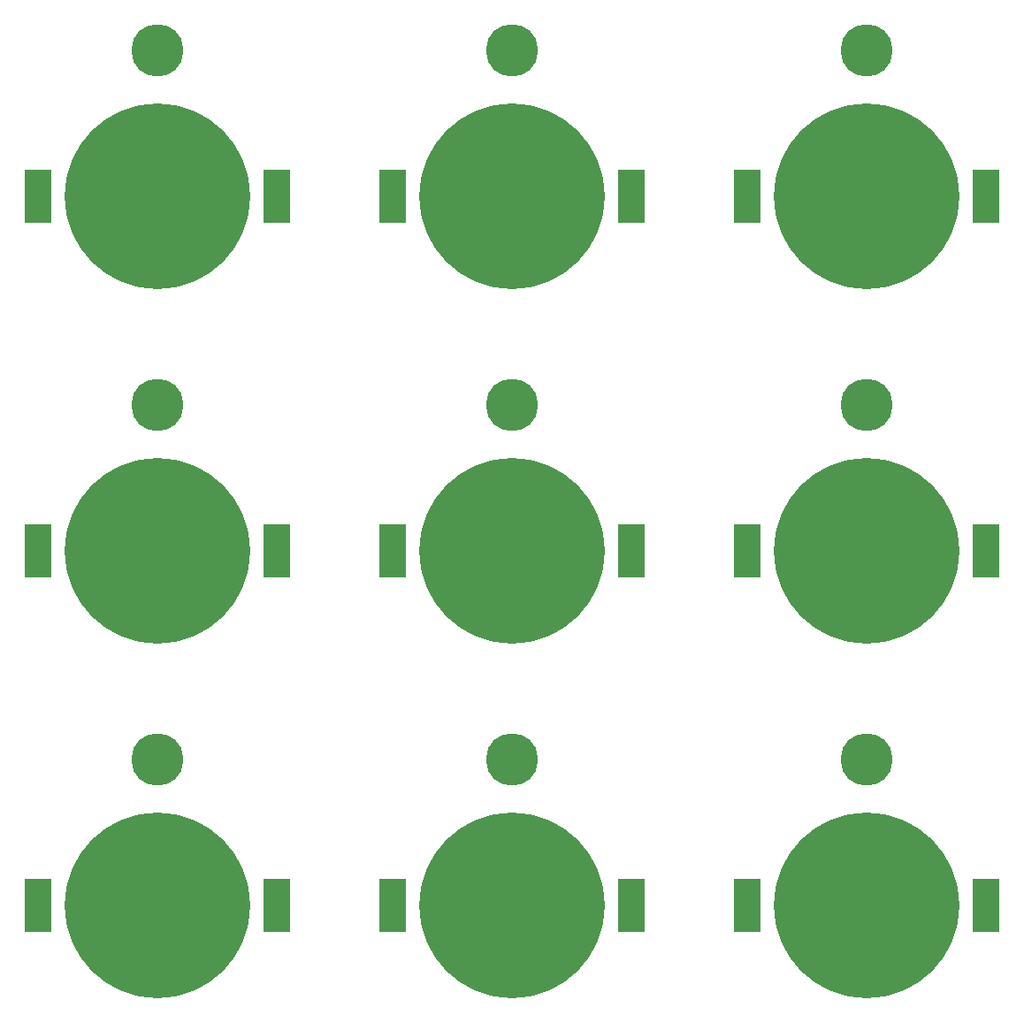
<source format=gbs>
%MOIN*%
%OFA0B0*%
%FSLAX46Y46*%
%IPPOS*%
%LPD*%
%ADD10C,0.0039370078740157488*%
%ADD11C,0.19685039370078741*%
%ADD12C,0.70000000000000007*%
%ADD13R,0.1X0.2*%
%ADD24C,0.0039370078740157488*%
%ADD25C,0.19685039370078741*%
%ADD26C,0.70000000000000007*%
%ADD27R,0.1X0.2*%
%ADD28C,0.0039370078740157488*%
%ADD29C,0.19685039370078741*%
%ADD30C,0.70000000000000007*%
%ADD31R,0.1X0.2*%
%ADD32C,0.0039370078740157488*%
%ADD33C,0.19685039370078741*%
%ADD34C,0.70000000000000007*%
%ADD35R,0.1X0.2*%
%ADD36C,0.0039370078740157488*%
%ADD37C,0.19685039370078741*%
%ADD38C,0.70000000000000007*%
%ADD39R,0.1X0.2*%
%ADD40C,0.0039370078740157488*%
%ADD41C,0.19685039370078741*%
%ADD42C,0.70000000000000007*%
%ADD43R,0.1X0.2*%
%ADD44C,0.0039370078740157488*%
%ADD45C,0.19685039370078741*%
%ADD46C,0.70000000000000007*%
%ADD47R,0.1X0.2*%
%ADD48C,0.0039370078740157488*%
%ADD49C,0.19685039370078741*%
%ADD50C,0.70000000000000007*%
%ADD51R,0.1X0.2*%
%ADD52C,0.0039370078740157488*%
%ADD53C,0.19685039370078741*%
%ADD54C,0.70000000000000007*%
%ADD55R,0.1X0.2*%
G01*
D10*
D11*
X-0007545570Y0004254470D02*
X0000629429Y0001129470D03*
D12*
X0000629429Y0000579470D03*
D13*
X0001079429Y0000579470D03*
X0000179429Y0000579470D03*
G04 next file*
G04 #@! TF.FileFunction,Soldermask,Bot*
G04 Gerber Fmt 4.6, Leading zero omitted, Abs format (unit mm)*
G04 Created by KiCad (PCBNEW 4.0.7) date 08/30/18 22:11:47*
G01*
G04 APERTURE LIST*
G04 APERTURE END LIST*
D24*
D25*
X-0007545570Y0005592150D02*
X0000629429Y0002467150D03*
D26*
X0000629429Y0001917150D03*
D27*
X0001079429Y0001917150D03*
X0000179429Y0001917150D03*
G04 next file*
G04 #@! TF.FileFunction,Soldermask,Bot*
G04 Gerber Fmt 4.6, Leading zero omitted, Abs format (unit mm)*
G04 Created by KiCad (PCBNEW 4.0.7) date 08/30/18 22:11:47*
G01*
G04 APERTURE LIST*
G04 APERTURE END LIST*
D28*
D29*
X-0007545570Y0006929831D02*
X0000629429Y0003804831D03*
D30*
X0000629429Y0003254831D03*
D31*
X0001079429Y0003254831D03*
X0000179429Y0003254831D03*
G04 next file*
G04 #@! TF.FileFunction,Soldermask,Bot*
G04 Gerber Fmt 4.6, Leading zero omitted, Abs format (unit mm)*
G04 Created by KiCad (PCBNEW 4.0.7) date 08/30/18 22:11:47*
G01*
G04 APERTURE LIST*
G04 APERTURE END LIST*
D32*
D33*
X-0006207916Y0004254470D02*
X0001967082Y0001129470D03*
D34*
X0001967082Y0000579470D03*
D35*
X0002417082Y0000579470D03*
X0001517082Y0000579470D03*
G04 next file*
G04 #@! TF.FileFunction,Soldermask,Bot*
G04 Gerber Fmt 4.6, Leading zero omitted, Abs format (unit mm)*
G04 Created by KiCad (PCBNEW 4.0.7) date 08/30/18 22:11:47*
G01*
G04 APERTURE LIST*
G04 APERTURE END LIST*
D36*
D37*
X-0004870263Y0004254470D02*
X0003304736Y0001129470D03*
D38*
X0003304736Y0000579470D03*
D39*
X0003754736Y0000579470D03*
X0002854736Y0000579470D03*
G04 next file*
G04 #@! TF.FileFunction,Soldermask,Bot*
G04 Gerber Fmt 4.6, Leading zero omitted, Abs format (unit mm)*
G04 Created by KiCad (PCBNEW 4.0.7) date 08/30/18 22:11:47*
G01*
G04 APERTURE LIST*
G04 APERTURE END LIST*
D40*
D41*
X-0006207916Y0005592150D02*
X0001967082Y0002467150D03*
D42*
X0001967082Y0001917150D03*
D43*
X0002417082Y0001917150D03*
X0001517082Y0001917150D03*
G04 next file*
G04 #@! TF.FileFunction,Soldermask,Bot*
G04 Gerber Fmt 4.6, Leading zero omitted, Abs format (unit mm)*
G04 Created by KiCad (PCBNEW 4.0.7) date 08/30/18 22:11:47*
G01*
G04 APERTURE LIST*
G04 APERTURE END LIST*
D44*
D45*
X-0006207916Y0006929831D02*
X0001967082Y0003804831D03*
D46*
X0001967082Y0003254831D03*
D47*
X0002417082Y0003254831D03*
X0001517082Y0003254831D03*
G04 next file*
G04 #@! TF.FileFunction,Soldermask,Bot*
G04 Gerber Fmt 4.6, Leading zero omitted, Abs format (unit mm)*
G04 Created by KiCad (PCBNEW 4.0.7) date 08/30/18 22:11:47*
G01*
G04 APERTURE LIST*
G04 APERTURE END LIST*
D48*
D49*
X-0004870263Y0005592150D02*
X0003304736Y0002467150D03*
D50*
X0003304736Y0001917150D03*
D51*
X0003754736Y0001917150D03*
X0002854736Y0001917150D03*
G04 next file*
G04 #@! TF.FileFunction,Soldermask,Bot*
G04 Gerber Fmt 4.6, Leading zero omitted, Abs format (unit mm)*
G04 Created by KiCad (PCBNEW 4.0.7) date 08/30/18 22:11:47*
G01*
G04 APERTURE LIST*
G04 APERTURE END LIST*
D52*
D53*
X-0004870263Y0006929831D02*
X0003304736Y0003804831D03*
D54*
X0003304736Y0003254831D03*
D55*
X0003754736Y0003254831D03*
X0002854736Y0003254831D03*
M02*
</source>
